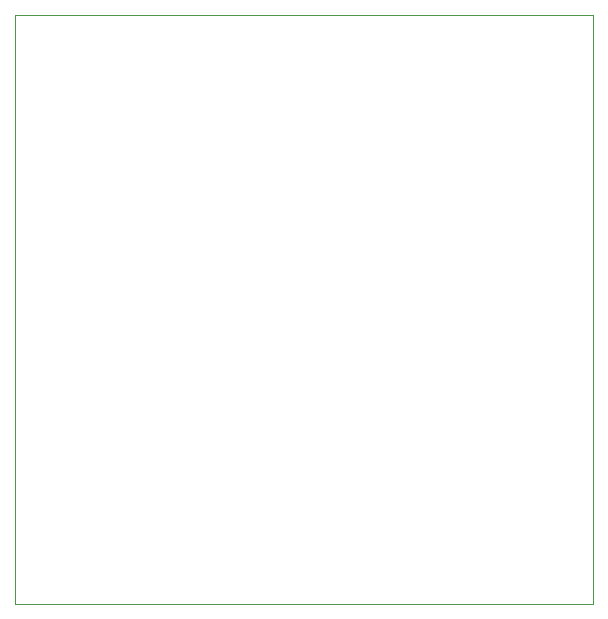
<source format=gbr>
G04 #@! TF.GenerationSoftware,KiCad,Pcbnew,5.0.0-fee4fd1~66~ubuntu16.04.1*
G04 #@! TF.CreationDate,2018-09-10T21:40:52+02:00*
G04 #@! TF.ProjectId,fpvlaptracker32,6670766C6170747261636B657233322E,rev?*
G04 #@! TF.SameCoordinates,Original*
G04 #@! TF.FileFunction,Profile,NP*
%FSLAX46Y46*%
G04 Gerber Fmt 4.6, Leading zero omitted, Abs format (unit mm)*
G04 Created by KiCad (PCBNEW 5.0.0-fee4fd1~66~ubuntu16.04.1) date Mon Sep 10 21:40:52 2018*
%MOMM*%
%LPD*%
G01*
G04 APERTURE LIST*
%ADD10C,0.025400*%
G04 APERTURE END LIST*
D10*
X183750000Y-126150000D02*
X134750000Y-126150000D01*
X134750000Y-76250000D02*
X134750000Y-126150000D01*
X183750000Y-76250000D02*
X183750000Y-126150000D01*
X134750000Y-76250000D02*
X183750000Y-76250000D01*
M02*

</source>
